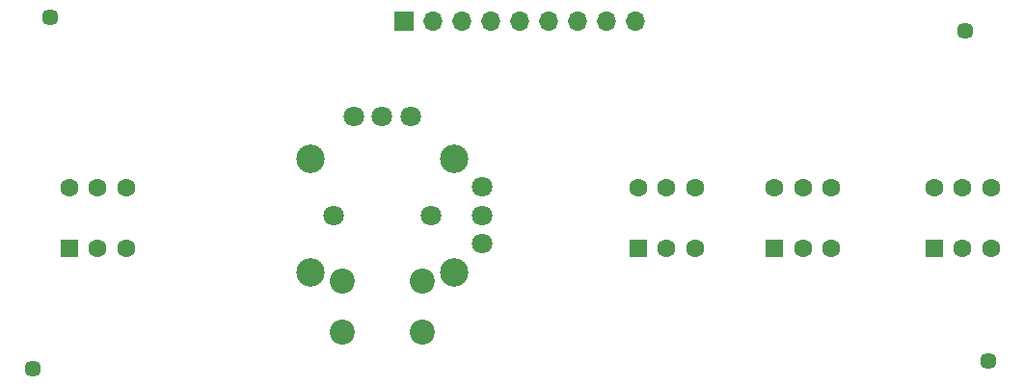
<source format=gts>
%TF.GenerationSoftware,KiCad,Pcbnew,7.0.9-7.0.9~ubuntu23.10.1*%
%TF.CreationDate,2023-12-22T14:56:41-05:00*%
%TF.ProjectId,buttons,62757474-6f6e-4732-9e6b-696361645f70,rev?*%
%TF.SameCoordinates,Original*%
%TF.FileFunction,Soldermask,Top*%
%TF.FilePolarity,Negative*%
%FSLAX46Y46*%
G04 Gerber Fmt 4.6, Leading zero omitted, Abs format (unit mm)*
G04 Created by KiCad (PCBNEW 7.0.9-7.0.9~ubuntu23.10.1) date 2023-12-22 14:56:41*
%MOMM*%
%LPD*%
G01*
G04 APERTURE LIST*
%ADD10C,1.448000*%
%ADD11C,1.600000*%
%ADD12R,1.600000X1.600000*%
%ADD13C,1.800000*%
%ADD14C,2.500000*%
%ADD15C,2.200000*%
%ADD16R,1.700000X1.700000*%
%ADD17O,1.700000X1.700000*%
G04 APERTURE END LIST*
D10*
%TO.C,*%
X106600000Y-92800000D03*
%TD*%
D11*
%TO.C,SW3*%
X175250000Y-107750000D03*
X172750000Y-107750000D03*
X170250000Y-107750000D03*
X175250000Y-113150000D03*
X172750000Y-113150000D03*
D12*
X170250000Y-113150000D03*
%TD*%
D11*
%TO.C,SW2*%
X163250000Y-107750000D03*
X160750000Y-107750000D03*
X158250000Y-107750000D03*
X163250000Y-113150000D03*
X160750000Y-113150000D03*
D12*
X158250000Y-113150000D03*
%TD*%
D11*
%TO.C,SW4*%
X189250000Y-107750000D03*
X186750000Y-107750000D03*
X184250000Y-107750000D03*
X189250000Y-113150000D03*
X186750000Y-113150000D03*
D12*
X184250000Y-113150000D03*
%TD*%
D13*
%TO.C,SW5*%
X131500000Y-110220000D03*
X140100000Y-110220000D03*
X144530000Y-112720000D03*
X144530000Y-110220000D03*
X144530000Y-107720000D03*
X138300000Y-101490000D03*
X135800000Y-101490000D03*
X133300000Y-101490000D03*
D14*
X129470000Y-105220000D03*
X129470000Y-115220000D03*
X142120000Y-115220000D03*
X142120000Y-105220000D03*
D15*
X132280000Y-116010000D03*
X132280000Y-120510000D03*
X139280000Y-116010000D03*
X139280000Y-120510000D03*
%TD*%
D11*
%TO.C,SW1*%
X113300000Y-107750000D03*
X110800000Y-107750000D03*
X108300000Y-107750000D03*
X113300000Y-113150000D03*
X110800000Y-113150000D03*
D12*
X108300000Y-113150000D03*
%TD*%
D10*
%TO.C,*%
X187000000Y-94000000D03*
%TD*%
D16*
%TO.C,J1*%
X137750000Y-93175000D03*
D17*
X140290000Y-93175000D03*
X142830000Y-93175000D03*
X145370000Y-93175000D03*
X147910000Y-93175000D03*
X150450000Y-93175000D03*
X152990000Y-93175000D03*
X155530000Y-93175000D03*
X158070000Y-93175000D03*
%TD*%
D10*
%TO.C,*%
X105100000Y-123700000D03*
%TD*%
%TO.C,*%
X189000000Y-123000000D03*
%TD*%
M02*

</source>
